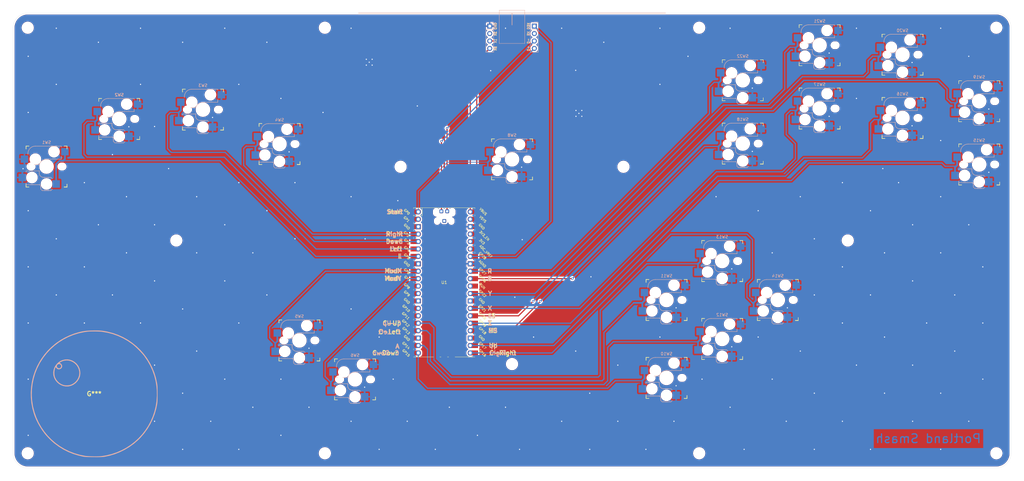
<source format=kicad_pcb>
(kicad_pcb (version 20211014) (generator pcbnew)
  (layers (0 "F.Cu" signal) (31 "B.Cu" signal) (34 "B.Paste" user) (35 "F.Paste" user) (36 "B.SilkS" user "B.Silkscreen") (37 "F.SilkS" user "F.Silkscreen") (38 "B.Mask" user) (39 "F.Mask" user) (44 "Edge.Cuts" user))
  (net 0 "")
  (net 1 "GND")
  (net 2 "/L")
  (net 3 "/Left")
  (net 4 "/Down")
  (net 5 "/Right")
  (net 6 "/ModX")
  (net 7 "/ModY")
  (net 8 "/Start")
  (net 9 "/C-D")
  (net 10 "/C-L")
  (net 11 "/A")
  (net 12 "/C-U")
  (net 13 "/C-R")
  (net 14 "/Up")
  (net 15 "/Z")
  (net 16 "/X")
  (net 17 "/B")
  (net 18 "/MS")
  (net 19 "/LS")
  (net 20 "/Y")
  (net 21 "/R")
  (net 39 "/D-")
  (net 40 "/D+")
  (net 41 "/5V")
  (net 43 "Net-(J1-Pad1)")
  (net 44 "Net-(J2-Pad3)")
  (footprint "keyswitches:Kailh_socket_MX+PG1350" (layer "F.Cu") (at 94.294945 112.388868)
    (fp_text reference "SW2")
    (fp_text value "SW_SPST" hide)
  )
  (footprint "keyswitches:Kailh_socket_MX+PG1350" (layer "F.Cu") (at 122.918213 109.198028)
    (fp_text reference "SW3")
    (fp_text value "SW_SPST")
  )
  (footprint "keyswitches:Kailh_socket_MX+PG1350" (layer "F.Cu") (at 149.1 120.9675)
    (fp_text reference "SW4")
    (fp_text value "SW_SPST")
  )
  (footprint "keyswitches:Kailh_socket_MX+PG1350" (layer "F.Cu") (at 307.488253 99.175054)
    (fp_text reference "SW22")
    (fp_text value "SW_SPST")
  )
  (footprint "keyswitches:Kailh_socket_MX+PG1350" (layer "F.Cu") (at 333.768452 87.187595)
    (fp_text reference "SW21")
    (fp_text value "SW_SPST")
  )
  (footprint "keyswitches:Kailh_socket_MX+PG1350" (layer "F.Cu") (at 307.488253 120.815054)
    (fp_text reference "SW18")
    (fp_text value "SW_SPST")
  )
  (footprint "keyswitches:Kailh_socket_MX+PG1350" (layer "F.Cu") (at 228.6 126.20625)
    (fp_text reference "SW8")
    (fp_text value "SW_SPST")
  )
  (footprint "keyswitches:Kailh_socket_MX+PG1350" (layer "F.Cu") (at 174.919603 201.442263)
    (fp_text reference "SW6")
    (fp_text value "SW_SPST")
  )
  (footprint "keyswitches:Kailh_socket_MX+PG1350" (layer "F.Cu") (at 155.894603 188.121263)
    (fp_text reference "SW5")
    (fp_text value "SW_SPST")
  )
  (footprint "keyswitches:Kailh_socket_MX+PG1350" (layer "F.Cu") (at 362.117169 90.414988)
    (fp_text reference "SW20")
    (fp_text value "SW_SPST")
  )
  (footprint "keyswitches:Kailh_socket_MX+PG1350" (layer "F.Cu") (at 388.341283 106.321424)
    (fp_text reference "SW19")
    (fp_text value "SW_SPST")
  )
  (footprint "keyswitches:Kailh_socket_MX+PG1350" (layer "F.Cu") (at 281.427453 200.934578)
    (fp_text reference "SW10")
    (fp_text value "SW_SPST")
  )
  (footprint "keyswitches:Kailh_socket_MX+PG1350" (layer "F.Cu") (at 300.452453 187.613578)
    (fp_text reference "SW12")
    (fp_text value "SW_SPST")
  )
  (footprint "keyswitches:Kailh_socket_MX+PG1350" (layer "F.Cu") (at 319.477453 174.292578)
    (fp_text reference "SW14")
    (fp_text value "SW_SPST")
  )
  (footprint "keyswitches:Kailh_socket_MX+PG1350" (layer "F.Cu") (at 281.427453 174.292578)
    (fp_text reference "SW11")
    (fp_text value "SW_SPST")
  )
  (footprint "keyswitches:Kailh_socket_MX+PG1350" (layer "F.Cu") (at 300.452453 160.971578)
    (fp_text reference "SW13")
    (fp_text value "SW_SPST")
  )
  (footprint "keyswitches:Kailh_socket_MX+PG1350" (layer "F.Cu") (at 388.341283 127.961424)
    (fp_text reference "SW15")
    (fp_text value "SW_SPST")
  )
  (footprint "keyswitches:Kailh_socket_MX+PG1350" (layer "F.Cu") (at 362.117169 112.054988)
    (fp_text reference "SW16")
    (fp_text value "SW_SPST")
  )
  (footprint "keyswitches:Kailh_socket_MX+PG1350" (layer "F.Cu") (at 333.768452 108.827595)
    (fp_text reference "SW17")
    (fp_text value "SW_SPST")
  )
  (footprint "keyswitches:Kailh_socket_MX+PG1350" (layer "F.Cu") (at 69.428481 128.668351)
    (fp_text reference "SW1")
    (fp_text value "SW_SPST")
  )
  (footprint "MountingHole:MountingHole_3.2mm_M3" (layer "F.Cu") (at 394.2 81.2)
    (fp_text reference "REF**" hide)
    (fp_text value "MountingHole_3.2mm_M3")
  )
  (footprint "MountingHole:MountingHole_3.2mm_M3" (layer "F.Cu") (at 394.2 226.7 -90)
    (fp_text reference "REF**" hide)
    (fp_text value "MountingHole_3.2mm_M3")
  )
  (footprint "MountingHole:MountingHole_3.2mm_M3" (layer "F.Cu") (at 164.6 81.2 180)
    (fp_text reference "REF**" hide)
    (fp_text value "MountingHole_3.2mm_M3")
  )
  (footprint "MountingHole:MountingHole_3.2mm_M3" (layer "F.Cu") (at 292.6 81.2 180)
    (fp_text reference "REF**" hide)
    (fp_text value "MountingHole_3.2mm_M3")
  )
  (footprint "MountingHole:MountingHole_3.2mm_M3" (layer "F.Cu") (at 228.6 196.2 180)
    (fp_text reference "REF**" hide)
    (fp_text value "MountingHole_3.2mm_M3")
  )
  (footprint "MountingHole:MountingHole_3.2mm_M3" (layer "F.Cu") (at 164.6 226.7 180)
    (fp_text reference "REF**" hide)
    (fp_text value "MountingHole_3.2mm_M3")
  )
  (footprint "MountingHole:MountingHole_3.2mm_M3" (layer "F.Cu") (at 292.6 226.7 180)
    (fp_text reference "REF**" hide)
    (fp_text value "MountingHole_3.2mm_M3")
  )
  (footprint "MountingHole:MountingHole_3.2mm_M3" (layer "F.Cu") (at 113.8 153.95 180)
    (fp_text reference "REF**" hide)
    (fp_text value "MountingHole_3.2mm_M3")
  )
  (footprint "MountingHole:MountingHole_3.2mm_M3" (layer "F.Cu") (at 190.5 128.74625 180)
    (fp_text reference "REF**" hide)
    (fp_text value "MountingHole_3.2mm_M3")
  )
  (footprint "MountingHole:MountingHole_3.2mm_M3" (layer "F.Cu") (at 266.7 128.74625 180)
    (fp_text reference "REF**" hide)
    (fp_text value "MountingHole_3.2mm_M3")
  )
  (footprint "MountingHole:MountingHole_3.2mm_M3" (layer "F.Cu") (at 343.4 153.95 180)
    (fp_text reference "REF**" hide)
    (fp_text value "MountingHole_3.2mm_M3")
  )
  (footprint "MountingHole:MountingHole_3.2mm_M3" (layer "F.Cu") (at 63 226.7 180)
    (fp_text reference "REF**" hide)
    (fp_text value "MountingHole_3.2mm_M3")
  )
  (footprint "MountingHole:MountingHole_3.2mm_M3" (layer "F.Cu") (at 63 81.2 90)
    (fp_text reference "REF**" hide)
    (fp_text value "MountingHole_3.2mm_M3")
  )
  (footprint "RaspberryPiPicoUSB:RPi_Pico_Removed3Pins" (layer "F.Cu") (at 194.929745 193.770468)
    (fp_text reference "U1")
    (fp_text value "Pico")
  )
  (footprint "PriloSilkscreen:PriloSilkscreen" (layer "B.Cu") (at 85.725 206.375 180)
    (fp_text reference "G***")
    (fp_text value "LOGO" hide)
  )
  (footprint "Model_S:PinHeader_1x04_P2.54mm_Vertical" (layer "B.Cu") (at 236.22 80.655 180)
    (fp_text reference "J1" hide)
    (fp_text value "Conn_01x04")
  )
  (footprint "Model_S:PinHeader_1x04_P2.54mm_Vertical" (layer "B.Cu") (at 220.98 80.655 180)
    (fp_text reference "J2" hide)
    (fp_text value "Conn_01x04")
  )
  (gr_line (start 281.1 76.2) (end 176.1 76.2) (layer "B.SilkS") (width 0.2))
  (gr_line (start 228.6 76.2) (end 228.6 80.25) (layer "B.SilkS") (width 0.2))
  (gr_line (start 232.97 75.25) (end 224.23 75.25) (layer "B.SilkS") (width 0.12))
  (gr_line (start 224.23 75.25) (end 224.23 86.58) (layer "B.SilkS") (width 0.12))
  (gr_line (start 232.97 86.58) (end 232.97 75.25) (layer "B.SilkS") (width 0.12))
  (gr_line (start 224.23 86.58) (end 232.97 86.58) (layer "B.SilkS") (width 0.12))
  (gr_arc (start 399.2 226.7) (mid 397.735534 230.235534) (end 394.2 231.7) (layer "Edge.Cuts") (width 0.05))
  (gr_arc (start 394.2 76.2) (mid 397.735534 77.664466) (end 399.2 81.2) (layer "Edge.Cuts") (width 0.05))
  (gr_line (start 394.2 231.7) (end 63 231.7) (layer "Edge.Cuts") (width 0.05))
  (gr_line (start 394.2 76.2) (end 63 76.2) (layer "Edge.Cuts") (width 0.05))
  (gr_arc (start 63 231.7) (mid 59.464466 230.235534) (end 58 226.7) (layer "Edge.Cuts") (width 0.05))
  (gr_arc (start 58 81.2) (mid 59.464466 77.664466) (end 63 76.2) (layer "Edge.Cuts") (width 0.05))
  (gr_line (start 399.2 81.2) (end 399.2 226.7) (layer "Edge.Cuts") (width 0.05))
  (gr_line (start 58 81.2) (end 58 226.7) (layer "Edge.Cuts") (width 0.05))
  (gr_text "Portland Smash" (at 389.2 221.7) (layer "B.Cu") (effects (font (size 3 3) (thickness 0.4)) (justify left mirror)))
  (gr_text "R" (at 221.929945 164.458868) (layer "B.SilkS") (effects (font (size 1.5 1.5) (thickness 0.3)) (justify left mirror)))
  (gr_text "TX" (at 222.885 85.735 -270) (layer "B.SilkS") (effects (font (size 0.8 0.8)) (justify mirror)))
  (gr_text "D+" (at 234.188 88.275 -90) (layer "B.SilkS") (effects (font (size 0.8 0.8)) (justify mirror)))
  (gr_text "C-Down" (at 190.179945 192.398868) (layer "B.SilkS") (effects (font (size 1.5 1.5) (thickness 0.3)) (justify left mirror)))
  (gr_text "ModX" (at 191.124048 164.326103) (layer "B.SilkS") (effects (font (size 1.5 1.5) (thickness 0.3)) (justify left mirror)))
  (gr_text "3V" (at 222.885 83.195 -270) (layer "B.SilkS") (effects (font (size 0.8 0.8)) (justify mirror)))
  (gr_text "Start" (at 191.449945 144.138868) (layer "B.SilkS") (effects (font (size 1.5 1.5) (thickness 0.3)) (justify left mirror)))
  (gr_text "MS" (at 223.834945 184.778868) (layer "B.SilkS") (effects (font (size 1.5 1.5) (thickness 0.3)) (justify left mirror)))
  (gr_text "Up" (at 223.834945 189.858868) (layer "B.SilkS") (effects (font (size 1.5 1.5) (thickness 0.3)) (justify left mirror)))
  (gr_text "D3V" (at 234.188 80.655 -90) (layer "B.SilkS") (effects (font (size 0.8 0.8)) (justify mirror)))
  (gr_text "C-Up" (at 190.863285 182.231834) (layer "B.SilkS") (effects (font (size 1.5 1.5) (thickness 0.3)) (justify left mirror)))
  (gr_text "Right" (at 191.449945 151.758868) (layer "B.SilkS") (effects (font (size 1.5 1.5) (thickness 0.3)) (justify left mirror)))
  (gr_text "B" (at 221.929945 166.998868) (layer "B.SilkS") (effects (font (size 1.5 1.5) (thickness 0.3)) (justify left mirror)))
  (gr_text "D-" (at 234.188 85.735 -90) (layer "B.SilkS") (effects (font (size 0.8 0.8)) (justify mirror)))
  (gr_text "C-Right" (at 230.184945 192.398868) (layer "B.SilkS") (effects (font (size 1.5 1.5) (thickness 0.3)) (justify left mirror)))
  (gr_text "Y" (at 221.929945 172.078868) (layer "B.SilkS") (effects (font (size 1.5 1.5) (thickness 0.3)) (justify left mirror)))
  (gr_text "C-Left" (at 190.689443 185.187149) (layer "B.SilkS") (effects (font (size 1.5 1.5) (thickness 0.3)) (justify left mirror)))
  (gr_text "A" (at 190.254838 190.141648) (layer "B.SilkS") (effects (font (size 1.5 1.5) (thickness 0.3)) (justify left mirror)))
  (gr_text "X" (at 221.929945 177.158868) (layer "B.SilkS") (effects (font (size 1.5 1.5) (thickness 0.3)) (justify left mirror)))
  (gr_text "ModY" (at 190.950206 166.933734) (layer "B.SilkS") (effects (font (size 1.5 1.5) (thickness 0.3)) (justify left mirror)))
  (gr_text "Z" (at 221.929945 182.238868) (layer "B.SilkS") (effects (font (size 1.5 1.5) (thickness 0.3)) (justify left mirror)))
  (gr_text "5V\n" (at 222.885 88.275 -270) (layer "B.SilkS") (effects (font (size 0.8 0.8)) (justify mirror)))
  (gr_text "Left" (at 191.191577 156.838868) (layer "B.SilkS") (effects (font (size 1.5 1.5) (thickness 0.3)) (justify left mirror)))
  (gr_text "RX" (at 234.188 83.195 -90) (layer "B.SilkS") (effects (font (size 0.8 0.8)) (justify mirror)))
  (gr_text "GND" (at 222.885 80.655 -270) (layer "B.SilkS") (effects (font (size 0.8 0.8)) (justify mirror)))
  (gr_text "Down" (at 191.449945 154.298868) (layer "B.SilkS") (effects (font (size 1.5 1.5) (thickness 0.3)) (justify left mirror)))
  (gr_text "L" (at 191.037051 159.311288) (layer "B.SilkS") (effects (font (size 1.5 1.5) (thickness 0.3)) (justify left mirror)))
  (gr_text "LS" (at 223.199945 179.698868) (layer "B.SilkS") (effects (font (size 1.5 1.5) (thickness 0.3)) (justify left mirror)))
  (gr_text "R" (at 221.929945 164.458868) (layer "F.SilkS") (effects (font (size 1.5 1.5) (thickness 0.3)) (justify right)))
  (gr_text "C-Left" (at 190.689443 185.187149) (layer "F.SilkS") (effects (font (size 1.5 1.5) (thickness 0.3)) (justify right)))
  (gr_text "Y" (at 221.929945 172.078868) (layer "F.SilkS") (effects (font (size 1.5 1.5) (thickness 0.3)) (justify right)))
  (gr_text "C-Up" (at 190.863285 182.231834) (layer "F.SilkS") (effects (font (size 1.5 1.5) (thickness 0.3)) (justify right)))
  (gr_text "GND" (at 222.885 80.648868 270) (layer "F.SilkS") (effects (font (size 0.8 0.8))))
  (gr_text "C-Right" (at 230.184945 192.398868) (layer "F.SilkS") (effects (font (size 1.5 1.5) (thickness 0.3)) (justify right)))
  (gr_text "D3V" (at 234.188 80.648868 90) (layer "F.SilkS") (effects (font (size 0.8 0.8))))
  (gr_text "TX" (at 222.885 85.728868 270) (layer "F.SilkS") (effects (font (size 0.8 0.8))))
  (gr_text "C-Down" (at 190.179945 192.398868) (layer "F.SilkS") (effects (font (size 1.5 1.5) (thickness 0.3)) (justify right)))
  (gr_text "X" (at 221.929945 177.158868) (layer "F.SilkS") (effects (font (size 1.5 1.5) (thickness 0.3)) (justify right)))
  (gr_text "LS" (at 223.199945 179.698868) (layer "F.SilkS") (effects (font (size 1.5 1.5) (thickness 0.3)) (justify right)))
  (gr_text "MS" (at 223.834945 184.778868) (layer "F.SilkS") (effects (font (size 1.5 1.5) (thickness 0.3)) (justify right)))
  (gr_text "Z" (at 221.929945 182.238868) (layer "F.SilkS") (effects (font (size 1.5 1.5) (thickness 0.3)) (justify right)))
  (gr_text "Start" (at 191.449945 144.138868) (layer "F.SilkS") (effects (font (size 1.5 1.5) (thickness 0.3)) (justify right)))
  (gr_text "Left" (at 191.191577 156.838868) (layer "F.SilkS") (effects (font (size 1.5 1.5) (thickness 0.3)) (justify right)))
  (gr_text "B" (at 221.929945 166.998868) (layer "F.SilkS") (effects (font (size 1.5 1.5) (thickness 0.3)) (justify right)))
  (gr_text "D+" (at 234.188 88.268868 90) (layer "F.SilkS") (effects (font (size 0.8 0.8))))
  (gr_text "ModX" (at 191.124048 164.326103) (layer "F.SilkS") (effects (font (size 1.5 1.5) (thickness 0.3)) (justify right)))
  (gr_text "Down" (at 191.449945 154.298868) (layer "F.SilkS") (effects (font (size 1.5 1.5) (thickness 0.3)) (justify right)))
  (gr_text "3V" (at 222.885 83.188868 270) (layer "F.SilkS") (effects (font (size 0.8 0.8))))
  (gr_text "D-" (at 234.188 85.728868 90) (layer "F.SilkS") (effects (font (size 0.8 0.8))))
  (gr_text "Right" (at 191.449945 151.758868) (layer "F.SilkS") (effects (font (size 1.5 1.5) (thickness 0.3)) (justify right)))
  (gr_text "L" (at 191.037051 159.311288) (layer "F.SilkS") (effects (font (size 1.5 1.5) (thickness 0.3)) (justify right)))
  (gr_text "Up" (at 223.834945 189.858868) (layer "F.SilkS") (effects (font (size 1.5 1.5) (thickness 0.3)) (justify right)))
  (gr_text "A" (at 190.254838 190.141648) (layer "F.SilkS") (effects (font (size 1.5 1.5) (thickness 0.3)) (justify right)))
  (gr_text "ModY" (at 190.950206 166.933734) (layer "F.SilkS") (effects (font (size 1.5 1.5) (thickness 0.3)) (justify right)))
  (gr_text "RX" (at 234.188 83.188868 90) (layer "F.SilkS") (effects (font (size 0.8 0.8))))
  (gr_text "5V\n" (at 222.885 88.268868 270) (layer "F.SilkS") (effects (font (size 0.8 0.8))))
  (via (at 310.763253 101.850054) (size 0.8) (drill 0.4) (layers "F.Cu" "B.Cu") (net 1))
  (via (at 192.767857 215.767857) (size 0.8) (drill 0.4) (layers "F.Cu" "B.Cu") (net 1))
  (via (at 341.567857 134.167857) (size 0.8) (drill 0.4) (layers "F.Cu" "B.Cu") (net 1))
  (via (at 144.767857 86.167857) (size 0.8) (drill 0.4) (layers "F.Cu" "B.Cu") (net 1))
  (via (at 229.549945 173.348868) (size 0.8) (drill 0.4) (layers "F.Cu" "B.Cu") (net 1))
  (via (at 144.767857 172.567857) (size 0.8) (drill 0.4) (layers "F.Cu" "B.Cu") (net 1))
  (via (at 355.967857 206.167857) (size 0.8) (drill 0.4) (layers "F.Cu" "B.Cu") (net 1))
  (via (at 82.367857 182.167857) (size 0.8) (drill 0.4) (layers "F.Cu" "B.Cu") (net 1))
  (via (at 130.367857 167.767857) (size 0.8) (drill 0.4) (layers "F.Cu" "B.Cu") (net 1))
  (via (at 173.567857 215.767857) (size 0.8) (drill 0.4) (layers "F.Cu" "B.Cu") (net 1))
  (via (at 178.194603 204.117263) (size 0.8) (drill 0.4) (layers "F.Cu" "B.Cu") (net 1))
  (via (at 180.77475 93.9925) (size 0.8) (drill 0.4) (layers "F.Cu" "B.Cu") (net 1))
  (via (at 310.763253 123.490054) (size 0.8) (drill 0.4) (layers "F.Cu" "B.Cu") (net 1))
  (via (at 216.767857 220.567857) (size 0.8) (drill 0.4) (layers "F.Cu" "B.Cu") (net 1))
  (via (at 126.193213 111.873028) (size 0.8) (drill 0.4) (layers "F.Cu" "B.Cu") (net 1))
  (via (at 355.967857 186.967857) (size 0.8) (drill 0.4) (layers "F.Cu" "B.Cu") (net 1))
  (via (at 327.167857 191.767857) (size 0.8) (drill 0.4) (layers "F.Cu" "B.Cu") (net 1))
  (via (at 63.167857 90.967857) (size 0.8) (drill 0.4) (layers "F.Cu" "B.Cu") (net 1))
  (via (at 72.767857 81.367857) (size 0.8) (drill 0.4) (layers "F.Cu" "B.Cu") (net 1))
  (via (at 312.767857 186.967857) (size 0.8) (drill 0.4) (layers "F.Cu" "B.Cu") (net 1))
  (via (at 106.367857 114.967857) (size 0.8) (drill 0.4) (layers "F.Cu" "B.Cu") (net 1))
  (via (at 180.77475 91.9925) (size 0.8) (drill 0.4) (layers "F.Cu" "B.Cu") (net 1))
  (via (at 115.967857 177.367857) (size 0.8) (drill 0.4) (layers "F.Cu" "B.Cu") (net 1))
  (via (at 231.875 128.88125) (size 0.8) (drill 0.4) (layers "F.Cu" "B.Cu") (net 1))
  (via (at 365.567857 215.767857) (size 0.8) (drill 0.4) (layers "F.Cu" "B.Cu") (net 1))
  (via (at 63.167857 143.767857) (size 0.8) (drill 0.4) (layers "F.Cu" "B.Cu") (net 1))
  (via (at 250.46 109.49) (size 0.8) (drill 0.4) (layers "F.Cu" "B.Cu") (net 1))
  (via (at 322.367857 215.767857) (size 0.8) (drill 0.4) (layers "F.Cu" "B.Cu") (net 1))
  (via (at 384.767857 148.567857) (size 0.8) (drill 0.4) (layers "F.Cu" "B.Cu") (net 1))
  (via (at 283.967857 215.767857) (size 0.8) (drill 0.4) (layers "F.Cu" "B.Cu") (net 1))
  (via (at 331.967857 206.167857) (size 0.8) (drill 0.4) (layers "F.Cu" "B.Cu") (net 1))
  (via (at 139.967857 210.967857) (size 0.8) (drill 0.4) (layers "F.Cu" "B.Cu") (net 1))
  (via (at 391.616283 108.996424) (size 0.8) (drill 0.4) (layers "F.Cu" "B.Cu") (net 1))
  (via (at 82.367857 134.167857) (size 0.8) (drill 0.4) (layers "F.Cu" "B.Cu") (net 1))
  (via (at 106.367857 167.767857) (size 0.8) (drill 0.4) (layers "F.Cu" "B.Cu") (net 1))
  (via (at 252.46 109.49) (size 0.8) (drill 0.4) (layers "F.Cu" "B.Cu") (net 1))
  (via (at 159.169603 190.796263) (size 0.8) (drill 0.4) (layers "F.Cu" "B.Cu") (net 1))
  (via (at 96.767857 158.167857) (size 0.8) (drill 0.4) (layers "F.Cu" "B.Cu") (net 1))
  (via (at 178.77475 91.9925) (size 0.8) (drill 0.4) (layers "F.Cu" "B.Cu") (net 1))
  (via (at 130.367857 81.367857) (size 0.8) (drill 0.4) (layers "F.Cu" "B.Cu") (net 1))
  (via (at 154.367857 153.367857) (size 0.8) (drill 0.4) (layers "F.Cu" "B.Cu") (net 1))
  (via (at 312.767857 143.767857) (size 0.8) (drill 0.4) (layers "F.Cu" "B.Cu") (net 1))
  (via (at 264.767857 196.567857) (size 0.8) (drill 0.4) (layers "F.Cu" "B.Cu") (net 1))
  (via (at 125.567857 215.767857) (size 0.8) (drill 0.4) (layers "F.Cu" "B.Cu") (net 1))
  (via (at 391.616283 130.636424) (size 0.8) (drill 0.4) (layers "F.Cu" "B.Cu") (net 1))
  (via (at 279.167857 81.367857) (size 0.8) (drill 0.4) (layers "F.Cu" "B.Cu") (net 1))
  (via (at 72.767857 172.567857) (size 0.8) (drill 0.4) (layers "F.Cu" "B.Cu") (net 1))
  (via (at 355.374107 129.367857) (size 0.8) (drill 0.4) (layers "F.Cu" "B.Cu") (net 1))
  (via (at 370.367857 182.167857) (size 0.8) (drill 0.4) (layers "F.Cu" "B.Cu") (net 1))
  (via (at 149.567857 220.567857) (size 0.8) (drill 0.4) (layers "F.Cu" "B.Cu") (net 1))
  (via (at 97.569945 115.063868) (size 0.8) (drill 0.4) (layers "F.Cu" "B.Cu") (net 1))
  (via (at 91.967857 124.567857) (size 0.8) (drill 0.4) (layers "F.Cu" "B.Cu") (net 1))
  (via (at 307.967857 225.367857) (size 0.8) (drill 0.4) (layers "F.Cu" "B.Cu") (net 1))
  (via (at 375.167857 81.367857) (size 0.8) (drill 0.4) (layers "F.Cu" "B.Cu") (net 1))
  (via (at 135.167857 182.167857) (size 0.8) (drill 0.4) (layers "F.Cu" "B.Cu") (net 1))
  (via (at 259.967857 86.167857) (size 0.8) (drill 0.4) (layers "F.Cu" "B.Cu") (net 1))
  (via (at 375.167857 225.367857) (size 0.8) (drill 0.4) (layers "F.Cu" "B.Cu") (net 1))
  (via (at 255.167857 225.367857) (size 0.8) (drill 0.4) (layers "F.Cu" "B.Cu") (net 1))
  (via (at 189.544945 140.328868) (size 0.8) (drill 0.4) (layers "F.Cu" "B.Cu") (net 1))
  (via (at 63.167857 110.167857) (size 0.8) (drill 0.4) (layers "F.Cu" "B.Cu") (net 1))
  (via (at 360.767857 134.167857) (size 0.8) (drill 0.4) (layers "F.Cu" "B.Cu") (net 1))
  (via (at 279.167857 186.967857) (size 0.8) (drill 0.4) (layers "F.Cu" "B.Cu") (net 1))
  (via (at 252.46 111.49) (size 0.8) (drill 0.4) (layers "F.Cu" "B.Cu") (net 1))
  (via (at 135.167857 100.567857) (size 0.8) (drill 0.4) (layers "F.Cu" "B.Cu") (net 1))
  (via (at 135.167857 134.167857) (size 0.8) (drill 0.4) (layers "F.Cu" "B.Cu") (net 1))
  (via (at 179.77475 92.9925) (size 0.8) (drill 0.4) (layers "F.Cu" "B.Cu") (net 1))
  (via (at 264.767857 215.767857) (size 0.8) (drill 0.4) (layers "F.Cu" "B.Cu") (net 1))
  (via (at 183.167857 186.967857) (size 0.8) (drill 0.4) (layers "F.Cu" "B.Cu") (net 1))
  (via (at 130.367857 201.367857) (size 0.8) (drill 0.4) (layers "F.Cu" "B.Cu") (net 1))
  (via (at 346.367857 105.367857) (size 0.8) (drill 0.4) (layers "F.Cu" "B.Cu") (net 1))
  (via (at 365.567857 167.767857) (size 0.8) (drill 0.4) (layers "F.Cu" "B.Cu") (net 1))
  (via (at 337.043452 89.862595) (size 0.8) (drill 0.4) (layers "F.Cu" "B.Cu") (net 1))
  (via (at 251.46 110.49) (size 0.8) (drill 0.4) (layers "F.Cu" "B.Cu") (net 1))
  (via (at 82.367857 162.967857) (size 0.8) (drill 0.4) (layers "F.Cu" "B.Cu") (net 1))
  (via (at 173.567857 177.367857) (size 0.8) (drill 0.4) (layers "F.Cu" "B.Cu") (net 1))
  (via (at 106.367857 196.567857) (size 0.8) (drill 0.4) (layers "F.Cu" "B.Cu") (net 1))
  (via (at 327.167857 138.967857) (size 0.8) (drill 0.4) (layers "F.Cu" "B.Cu") (net 1))
  (via (at 317.567857 158.167857) (size 0.8) (drill 0.4) (layers "F.Cu" "B.Cu") (net 1))
  (via (at 375.167857 158.167857) (size 0.8) (drill 0.4) (layers "F.Cu" "B.Cu") (net 1))
  (via (at 255.167857 206.167857) (size 0.8) (drill 0.4) (layers "F.Cu" "B.Cu") (net 1))
  (via (at 187.967857 201.367857) (size 0.8) (drill 0.4) (layers "F.Cu" "B.Cu") (net 1))
  (via (at 303.167857 210.967857) (size 0.8) (drill 0.4) (layers "F.Cu" "B.Cu") (net 1))
  (via (at 346.367857 196.567857) (size 0.8) (drill 0.4) (layers "F.Cu" "B.Cu") (net 1))
  (via (at 72.767857 100.567857) (size 0.8) (drill 0.4) (layers "F.Cu" "B.Cu") (net 1))
  (via (at 231.167857 225.367857) (size 0.8) (drill 0.4) (layers "F.Cu" "B.Cu") (net 1))
  (via (at 87.167857 148.567857) (size 0.8) (drill 0.4) (layers "F.Cu" "B.Cu") (net 1))
  (via (at 331.967857 225.367857) (size 0.8) (drill 0.4) (layers "F.Cu" "B.Cu") (net 1))
  (via (at 173.567857 138.967857) (size 0.8) (drill 0.4) (layers "F.Cu" "B.Cu") (net 1))
  (via (at 235.967857 186.967857) (size 0.8) (drill 0.4) (layers "F.Cu" "B.Cu") (net 1))
  (via (at 163.967857 110.167857) (size 0.8) (drill 0.4) (layers "F.Cu" "B.Cu") (net 1))
  (via (at 250.367857 191.767857) (size 0.8) (drill 0.4) (layers "F.Cu" "B.Cu") (net 1))
  (via (at 389.567857 201.367857) (size 0.8) (drill 0.4) (layers "F.Cu" "B.Cu") (net 1))
  (via (at 375.167857 206.167857) (size 0.8) (drill 0.4) (layers "F.Cu" "B.Cu") (net 1))
  (via (at 101.567857 100.567857) (size 0.8) (drill 0.4) (layers "F.Cu" "B.Cu") (net 1))
  (via (at 355.967857 158.167857) (size 0.8) (drill 0.4) (layers "F.Cu" "B.Cu") (net 1))
  (via (at 115.967857 206.167857) (size 0.8) (drill 0.4) (layers "F.Cu" "B.Cu") (net 1))
  (via (at 226.367857 81.367857) (size 0.8) (drill 0.4) (layers "F.Cu" "B.Cu") (net 1))
  (via (at 173.567857 81.367857) (size 0.8) (drill 0.4) (layers "F.Cu" "B.Cu") (net 1))
  (via (at 375.167857 138.967857) (size 0.8) (drill 0.4) (layers "F.Cu" "B.Cu") (net 1))
  (via (at 351.167857 143.767857) (size 0.8) (drill 0.4) (layers "F.Cu" "B.Cu") (net 1))
  (via (at 331.967857 153.367857) (size 0.8) (drill 0.4) (layers "F.Cu" "B.Cu") (net 1))
  (via (at 154.367857 134.167857) (size 0.8) (drill 0.4) (layers "F.Cu" "B.Cu") (net 1))
  (via (at 63.167857 162.967857) (size 0.8) (drill 0.4) (layers "F.Cu" "B.Cu") (net 1))
  (via (at 384.767857 90.967857) (size 0.8) (drill 0.4) (layers "F.Cu" "B.Cu") (net 1))
  (via (at 152.375 123.6425) (size 0.8) (drill 0.4) (layers "F.Cu" "B.Cu") (net 1))
  (via (at 274.367857 225.367857) (size 0.8) (drill 0.4) (layers "F.Cu" "B.Cu") (net 1))
  (via (at 115.967857 86.167857) (size 0.8) (drill 0.4) (layers "F.Cu" "B.Cu") (net 1))
  (via (at 379.967857 172.567857) (size 0.8) (drill 0.4) (layers "F.Cu" "B.Cu") (net 1))
  (via (at 120.767857 191.767857) (size 0.8) (drill 0.4) (layers "F.Cu" "B.Cu") (net 1))
  (via (at 389.567857 182.167857) (size 0.8) (drill 0.4) (layers "F.Cu" "B.Cu") (net 1))
  (via (at 365.567857 196.567857) (size 0.8) (drill 0.4) (layers "F.Cu" "B.Cu") (net 1))
  (via (at 202.367857 225.367857) (size 0.8) (drill 0.4) (layers "F.Cu" "B.Cu") (net 1))
  (via (at 337.043452 111.502595) (size 0.8) (drill 0.4) (layers "F.Cu" "B.Cu") (net 1))
  (via (at 389.567857 162.967857) (size 0.8) (drill 0.4) (layers "F.Cu" "B.Cu") (net 1))
  (via (at 245.567857 81.367857) (size 0.8) (drill 0.4) (layers "F.Cu" "B.Cu") (net 1))
  (via (at 135.167857 225.367857) (size 0.8) (drill 0.4) (layers "F.Cu" "B.Cu") (net 1))
  (via (at 196.215 107.95) (size 0.8) (drill 0.4) (layers "F.Cu" "B.Cu") (net 1))
  (via (at 250.367857 95.767857) (size 0.8) (drill 0.4) (layers "F.Cu" "B.Cu") (net 1))
  (via (at 384.767857 215.767857) (size 0.8) (drill 0.4) (layers "F.Cu" "B.Cu") (net 1))
  (via (at 139.967857 158.167857) (size 0.8) (drill 0.4) (layers "F.Cu" "B.Cu") (net 1))
  (via (at 303.727453 163.646578) (size 0.8) (drill 0.4) (layers "F.Cu" "B.Cu") (net 1))
  (via (at 250.46 111.49) (size 0.8) (drill 0.4) (layers "F.Cu" "B.Cu") (net 1))
  (via (at 322.752453 176.967578) (size 0.8) (drill 0.4) (layers "F.Cu" "B.Cu") (net 1))
  (via (at 365.392169 114.729988) (size 0.8) (drill 0.4) (layers "F.Cu" "B.Cu") (net 1))
  (via (at 288.767857 90.967857) (size 0.8) (drill 0.4) (layers "F.Cu" "B.Cu") (net 1))
  (via (at 346.367857 81.367857) (size 0.8) (drill 0.4) (layers "F.Cu" "B.Cu") (net 1))
  (via (at 331.967857 172.567857) (size 0.8) (drill 0.4) (layers "F.Cu" "B.Cu") (net 1))
  (via (at 120.767857 138.967857) (size 0.8) (drill 0.4) (layers "F.Cu" "B.Cu") (net 1))
  (via (at 63.167857 182.167857) (size 0.8) (drill 0.4) (layers "F.Cu" "B.Cu") (net 1))
  (via (at 63.167857 201.367857) (size 0.8) (drill 0.4) (layers "F.Cu" "B.Cu") (net 1))
  (via (at 379.967857 191.767857) (size 0.8) (drill 0.4) (layers "F.Cu" "B.Cu") (net 1))
  (via (at 221.294945 95.878868) (size 0.8) (drill 0.4) (layers "F.Cu" "B.Cu") (net 1))
  (via (at 341.567857 215.767857) (size 0.8) (drill 0.4) (layers "F.Cu" "B.Cu") (net 1))
  (via (at 351.167857 172.567857) (size 0.8) (drill 0.4) (layers "F.Cu" "B.Cu") (net 1))
  (via (at 149.567857 201.367857) (size 0.8) (drill 0.4) (layers "F.Cu" "B.Cu") (net 1))
  (via (at 120.767857 158.167857) (size 0.8) (drill 0.4) (layers "F.Cu" "B.Cu") (net 1))
  (via (at 365.392169 93.089988) (size 0.8) (drill 0.4) (layers "F.Cu" "B.Cu") (net 1))
  (via (at 106.367857 215.767857) (size 0.8) (drill 0.4) (layers "F.Cu" "B.Cu") (net 1))
  (via (at 159.167857 210.967857) (size 0.8) (drill 0.4) (layers "F.Cu" "B.Cu") (net 1))
  (via (at 226.367857 210.967857) (size 0.8) (drill 0.4) (layers "F.Cu" "B.Cu") (net 1))
  (via (at 232.089945 153.663868) (size 0.8) (drill 0.4) (layers "F.Cu" "B.Cu") (net 1))
  (via (at 351.167857 225.367857) (size 0.8) (drill 0.4) (layers "F.Cu" "B.Cu") (net 1))
  (via (at 303.727453 190.288578) (size 0.8) (drill 0.4) (layers "F.Cu" "B.Cu") (net 1))
  (via (at 341.567857 182.167857) (size 0.8) (drill 0.4) (layers "F.Cu" "B.Cu") (net 1))
  (via (at 72.767857 153.367857) (size 0.8) (drill 0.4) (layers "F.Cu" "B.Cu") (net 1))
  (via (at 303.167857 81.367857) (size 0.8) (drill 0.4) (layers "F.Cu" "B.Cu") (net 1))
  (via (at 279.167857 100.567857) (size 0.8) (drill 0.4) (layers "F.Cu" "B.Cu") (net 1))
  (via (at 63.167857 220.567857) (size 0.8) (drill 0.4) (layers "F.Cu" "B.Cu") (net 1))
  (via (at 183.167857 225.367857) (size 0.8) (drill 0.4) (layers "F.Cu" "B.Cu") (net 1))
  (via (at 284.702453 203.609578) (size 0.8) (drill 0.4) (layers "F.Cu" "B.Cu") (net 1))
  (via (at 207.167857 210.967857) (size 0.8) (drill 0.4) (layers "F.Cu" "B.Cu") (net 1))
  (via (at 178.367857 153.367857) (size 0.8) (drill 0.4) (layers "F.Cu" "B.Cu") (net 1))
  (via (at 111.167857 129.367857) (size 0.8) (drill 0.4) (layers "F.Cu" "B.Cu") (net 1))
  (via (at 293.567857 201.367857) (size 0.8) (drill 0.4) (layers "F.Cu" "B.Cu") (net 1))
  (via (at 91.967857 172.567857) (size 0.8) (drill 0.4) (layers "F.Cu" "B.Cu") (net 1))
  (via (at 115.967857 225.367857) (size 0.8) (drill 0.4) (layers "F.Cu" "B.Cu") (net 1))
  (via (at 101.567857 81.367857) (size 0.8) (drill 0.4) (layers "F.Cu" "B.Cu") (net 1))
  (via (at 96.767857 138.967857) (size 0.8) (drill 0.4) (layers "F.Cu" "B.Cu") (net 1))
  (via (at 149.567857 105.367857) (size 0.8) (drill 0.4) (layers "F.Cu" "B.Cu") (net 1))
  (via (at 130.367857 148.567857) (size 0.8) (drill 0.4) (layers "F.Cu" "B.Cu") (net 1))
  (via (at 341.567857 162.967857) (size 0.8) (drill 0.4) (layers "F.Cu" "B.Cu") (net 1))
  (via (at 298.367857 138.967857) (size 0.8) (drill 0.4) (layers "F.Cu" "B.Cu") (net 1))
  (via (at 317.567857 201.367857) (size 0.8) (drill 0.4) (layers "F.Cu" "B.Cu") (net 1))
  (via (at 365.567857 148.567857) (size 0.8) (drill 0.4) (layers "F.Cu" "B.Cu") (net 1))
  (via (at 61.4 129.4) (size 0.8) (drill 0.4) (layers "F.Cu" "B.Cu") (net 1))
  (via (at 375.167857 119.767857) (size 0.8) (drill 0.4) (layers "F.Cu" "B.Cu") (net 1))
  (via (at 144.767857 143.767857) (size 0.8) (drill 0.4) (layers "F.Cu" "B.Cu") (net 1))
  (via (at 101.567857 182.167857) (size 0.8) (drill 0.4) (layers "F.Cu" "B.Cu") (net 1))
  (via (at 284.702453 176.967578) (size 0.8) (drill 0.4) (layers "F.Cu" "B.Cu") (net 1))
  (via (at 255.584945 166.363868) (size 0.8) (drill 0.4) (layers "F.Cu" "B.Cu") (net 1))
  (via (at 87.167857 86.167857) (size 0.8) (drill 0.4) (layers "F.Cu" "B.Cu") (net 1))
  (via (at 106.367857 148.567857) (size 0.8) (drill 0.4) (layers "F.Cu" "B.Cu") (net 1))
  (via (at 178.77475 93.9925) (size 0.8) (drill 0.4) (layers "F.Cu" "B.Cu") (net 1))
  (via (at 245.567857 215.767857) (size 0.8) (drill 0.4) (layers "F.Cu" "B.Cu") (net 1))
  (segment (start 61.4 129.4) (end 61.868481 128.931519) (width 0.6) (layer "B.Cu") (net 1))
  (segment (start 394.041283 104.321424) (end 394.631283 103.731424) (width 0.6) (layer "B.Cu") (net 1))
  (segment (start 287.127453 172.292578) (end 287.717453 171.702578) (width 0.6) (layer "B.Cu") (net 1))
  (segment (start 306.742453 185.023578) (end 306.742453 182.533578) (width 0.6) (layer "B.Cu") (net 1))
  (segment (start 337.043452 108.002595) (end 338.218452 106.827595) (width 0.6) (layer "B.Cu") (net 1))
  (segment (start 97.569945 118.338868) (end 97.569945 115.063868) (width 0.6) (layer "B.Cu") (net 1))
  (segment (start 287.717453 171.702578) (end 287.717453 169.212578) (width 0.6) (layer "B.Cu") (net 1))
  (segment (start 323.927453 172.292578) (end 325.177453 172.292578) (width 0.6) (layer "B.Cu") (net 1))
  (segment (start 284.702453 206.884578) (end 284.702453 203.609578) (width 0.6) (layer "B.Cu") (net 1))
  (segment (start 234.89 123.61625) (end 234.89 121.12625) (width 0.6) (layer "B.Cu") (net 1))
  (segment (start 284.702453 180.242578) (end 284.702453 176.967578) (width 0.6) (layer "B.Cu") (net 1))
  (segment (start 337.043452 114.777595) (end 337.043452 111.502595) (width 0.6) (layer "B.Cu") (net 1))
  (segment (start 392.791283 104.321424) (end 394.041283 104.321424) (width 0.6) (layer "B.Cu") (net 1))
  (segment (start 303.727453 186.788578) (end 304.902453 185.613578) (width 0.6) (layer "B.Cu") (net 1))
  (segment (start 303.727453 163.646578) (end 303.727453 160.146578) (width 0.6) (layer "B.Cu") (net 1))
  (segment (start 310.763253 101.850054) (end 310.763253 98.350054) (width 0.6) (layer "B.Cu") (net 1))
  (segment (start 368.407169 109.464988) (end 368.407169 106.974988) (width 0.6) (layer "B.Cu") (net 1))
  (segment (start 391.616283 108.996424) (end 391.616283 105.496424) (width 0.6) (layer "B.Cu") (net 1))
  (segment (start 160.344603 186.121263) (end 161.594603 186.121263) (width 0.6) (layer "B.Cu") (net 1))
  (segment (start 368.407169 87.824988) (end 368.407169 85.334988) (width 0.6) (layer "B.Cu") (net 1))
  (segment (start 284.702453 173.467578) (end 285.877453 172.292578) (width 0.6) (layer "B.Cu") (net 1))
  (segment (start 97.569945 111.563868) (end 98.744945 110.388868) (width 0.6) (layer "B.Cu") (net 1))
  (segment (start 337.043452 89.862595) (end 337.043452 86.362595) (width 0.6) (layer "B.Cu") (net 1))
  (segment (start 61.868481 128.931519) (end 61.868481 126.128351) (width 0.6) (layer "B.Cu") (net 1))
  (segment (start 391.616283 112.271424) (end 391.616283 108.996424) (width 0.6) (layer "B.Cu") (net 1))
  (segment (start 365.392169 89.589988) (end 366.567169 88.414988) (width 0.6) (layer "B.Cu") (net 1))
  (segment (start 306.152453 185.613578) (end 306.742453 185.023578) (width 0.6) (layer "B.Cu") (net 1))
  (segment (start 310.763253 119.990054) (end 311.938253 118.815054) (width 0.6) (layer "B.Cu") (net 1))
  (segment (start 367.817169 110.054988) (end 368.407169 109.464988) (width 0.6) (layer "B.Cu") (net 1))
  (segment (start 340.058452 84.597595) (end 340.058452 82.107595) (width 0.6) (layer "B.Cu") (net 1))
  (segment (start 178.194603 204.117263) (end 178.194603 200.617263) (width 0.6) (layer "B.Cu") (net 1))
  (segment (start 303.727453 193.563578) (end 303.727453 190.288578) (width 0.6) (layer "B.Cu") (net 1))
  (segment (start 100.584945 109.798868) (end 100.584945 107.308868) (width 0.6) (layer "B.Cu") (net 1))
  (segment (start 159.169603 190.796263) (end 159.169603 187.296263) (width 0.6) (layer "B.Cu") (net 1))
  (segment (start 310.763253 126.765054) (end 310.763253 123.490054) (width 0.6) (layer "B.Cu") (net 1))
  (segment (start 180.619603 199.442263) (end 181.209603 198.852263) (width 0.6) (layer "B.Cu") (net 1))
  (segment (start 181.209603 198.852263) (end 181.209603 196.362263) (width 0.6) (layer "B.Cu") (net 1))
  (segment (start 394.631283 125.371424) (end 394.631283 122.881424) (width 0.6) (layer "B.Cu") (net 1))
  (segment (start 365.392169 114.729988) (end 365.392169 111.229988) (width 0.6) (layer "B.Cu") (net 1))
  (segment (start 178.194603 200.617263) (end 179.369603 199.442263) (width 0.6) (layer "B.Cu") (net 1))
  (segment (start 365.392169 96.364988) (end 365.392169 93.089988) (width 0.6) (layer "B.Cu") (net 1))
  (segment (start 391.616283 130.636424) (end 391.616283 127.136424) (width 0.6) (layer "B.Cu") (net 1))
  (segment (start 284.702453 200.109578) (end 285.877453 198.934578) (width 0.6) (layer "B.Cu") (net 1))
  (segment (start 365.392169 111.229988) (end 366.567169 110.054988) (width 0.6) (layer "B.Cu") (net 1))
  (segment (start 234.3 124.20625) (end 234.89 123.61625) (width 0.6) (layer "B.Cu") (net 1))
  (segment (start 339.468452 106.827595) (end 340.058452 106.237595) (width 0.6) (layer "B.Cu") (net 1))
  (segment (start 127.368213 107.198028) (end 128.618213 107.198028) (width 0.6) (layer "B.Cu") (net 1))
  (segment (start 310.763253 105.125054) (end 310.763253 101.850054) (width 0.6) (layer "B.Cu") (net 1))
  (segment (start 391.616283 133.911424) (end 391.616283 130.636424) (width 0.6) (layer "B.Cu") (net 1))
  (segment (start 340.058452 106.237595) (end 340.058452 103.747595) (width 0.6) (layer "B.Cu") (net 1))
  (segment (start 304.902453 158.971578) (end 306.152453 158.971578) (width 0.6) (layer "B.Cu") (net 1))
  (segment (start 303.727453 166.921578) (end 303.727453 163.646578) (width 0.6) (layer "B.Cu") (net 1))
  (segment (start 391.616283 105.496424) (end 392.791283 104.321424) (width 0.6) (layer "B.Cu") (net 1))
  (segment (start 126.193213 115.148028) (end 126.193213 111.873028) (width 0.6) (layer "B.Cu") (net 1))
  (segment (start 128.618213 107.198028) (end 129.208213 106.608028) (width 0.6) (layer "B.Cu") (net 1))
  (segment (start 178.194603 207.392263) (end 178.194603 204.117263) (width 0.6) (layer "B.Cu") (net 1))
  (segment (start 313.778253 118.225054) (end 313.778253 115.735054) (width 0.6) (layer "B.Cu") (net 1))
  (segment (start 365.392169 93.089988) (end 365.392169 89.589988) (width 0.6) (layer "B.Cu") (net 1))
  (segment (start 284.702453 203.609578) (end 284.702453 200.109578) (width 0.6) (layer "B.Cu") (net 1))
  (segment (start 313.188253 97.175054) (end 313.778253 96.585054) (width 0.6) (layer "B.Cu") (net 1))
  (segment (start 287.717453 198.344578) (end 287.717453 195.854578) (width 0.6) (layer "B.Cu") (net 1))
  (segment (start 285.877453 172.292578) (end 287.127453 172.292578) (width 0.6) (layer "B.Cu") (net 1))
  (segment (start 126.193213 108.373028) (end 127.368213 107.198028) (width 0.6) (layer "B.Cu") (net 1))
  (segment (start 337.043452 86.362595) (end 338.218452 85.187595) (width 0.6) (layer "B.Cu") (net 1))
  (segment (start 338.218452 85.187595) (end 339.468452 85.187595) (width 0.6) (layer "B.Cu") (net 1))
  (segment (start 394.041283 125.961424) (end 394.631283 125.371424) (width 0.6) (layer "B.Cu") (net 1))
  (segment (start 306.152453 158.971578) (end 306.742453 158.381578) (width 0.6) (layer "B.Cu") (net 1))
  (segment (start 162.184603 185.531263) (end 162.184603 183.041263) (width 0.6) (layer "B.Cu") (net 1))
  (segment (start 303.727453 190.288578) (end 303.727453 186.788578) (width 0.6) (layer "B.Cu") (net 1))
  (segment (start 322.752453 173.467578) (end 323.927453 172.292578) (width 0.6) (layer "B.Cu") (net 1))
  (segment (start 392.791283 125.961424) (end 394.041283 125.961424) (width 0.6) (layer "B.Cu") (net 1))
  (segment (start 322.752453 180.242578) (end 322.752453 176.967578) (width 0.6) (layer "B.Cu") (net 1))
  (segment (start 366.567169 88.414988) (end 367.817169 88.414988) (width 0.6) (layer "B.Cu") (net 1))
  (segment (start 287.127453 198.934578) (end 287.717453 198.344578) (width 0.6) (layer "B.Cu") (net 1))
  (segment (start 231.875 132.15625) (end 231.875 128.88125) (width 0.6) (layer "B.Cu") (net 1))
  (segment (start 311.938253 118.815054) (end 313.188253 118.815054) (width 0.6) (layer "B.Cu") (net 1))
  (segment (start 306.742453 158.381578) (end 306.742453 155.891578) (width 0.6) (layer "B.Cu") (net 1))
  (segment (start 310.763253 98.350054) (end 311.938253 97.175054) (width 0.6) (layer "B.Cu") (net 1))
  (segment (start 152.375 120.1425) (end 153.55 118.9675) (width 0.6) (layer "B.Cu") (net 1))
  (segment (start 303.727453 160.146578) (end 304.902453 158.971578) (width 0.6) (layer "B.Cu") (net 1))
  (segment (start 126.193213 111.873028) (end 126.193213 108.373028) (width 0.6) (layer "B.Cu") (net 1))
  (segment (start 159.169603 187.296263) (end 160.344603 186.121263) (width 0.6) (layer "B.Cu") (net 1))
  (segment (start 129.208213 106.608028) (end 129.208213 104.118028) (width 0.6) (layer "B.Cu") (net 1))
  (segment (start 285.877453 198.934578) (end 287.127453 198.934578) (width 0.6) (layer "B.Cu") (net 1))
  (segment (start 153.55 118.9675) (end 154.8 118.9675) (width 0.6) (layer "B.Cu") (net 1))
  (segment (start 159.169603 194.071263) (end 159.169603 190.796263) (width 0.6) (layer "B.Cu") (net 1))
  (segment (start 365.392169 118.004988) (end 365.392169 114.729988) (width 0.6) (layer "B.Cu") (net 1))
  (segment (start 325.177453 172.292578) (end 325.767453 171.702578) (width 0.6) (layer "B.Cu") (net 1))
  (segment (start 231.875 128.88125) (end 231.875 125.38125) (width 0.6) (layer "B.Cu") (net 1))
  (segment (start 155.39 118.3775) (end 155.39 115.8875) (width 0.6) (layer "B.Cu") (net 1))
  (segment (start 152.375 126.9175) (end 152.375 123.6425) (width 0.6) (layer "B.Cu") (net 1))
  (segment (start 99.994945 110.388868) (end 100.584945 109.798868) (width 0.6) (layer "B.Cu") (net 1))
  (segment (start 310.763253 123.490054) (end 310.763253 119.990054) (width 0.6) (layer "B.Cu") (net 1))
  (segment (start 325.767453 171.702578) (end 325.767453 169.212578) (width 0.6) (layer "B.Cu") (net 1))
  (segment (start 313.778253 96.585054) (end 313.778253 94.095054) (width 0.6) (layer "B.Cu") (net 1))
  (segment (start 394.631283 103.731424) (end 394.631283 101.241424) (width 0.6) (layer "B.Cu") (net 1))
  (segment (start 97.569945 115.063868) (end 97.569945 111.563868) (width 0.6) (layer "B.Cu") (net 1))
  (segment (start 231.875 125.38125) (end 233.05 124.20625) (width 0.6) (layer "B.Cu") (net 1))
  (segment (start 284.702453 176.967578) (end 284.702453 173.467578) (width 0.6) (layer "B.Cu") (net 1))
  (segment (start 61.153481 129.646519) (end 61.146519 129.646519) (width 0.4) (layer "B.Cu") (net 1))
  (segment (start 98.744945 110.388868) (end 99.994945 110.388868) (width 0.6) (layer "B.Cu") (net 1))
  (segment (start 391.616283 127.136424) (end 392.791283 125.961424) (width 0.6) (layer "B.Cu") (net 1))
  (segment (start 322.752453 176.967578) (end 322.752453 173.467578) (width 0.6) (layer "B.Cu") (net 1))
  (segment (start 366.567169 110.054988) (end 367.817169 110.054988) (width 0.6) (layer "B.Cu") (net 1))
  (segment (start 304.902453 185.613578) (end 306.152453 185.613578) (width 0.6) (layer "B.Cu") (net 1))
  (segment (start 339.468452 85.187595) (end 340.058452 84.597595) (width 0.6) (layer "B.Cu") (net 1))
  (segment (start 233.05 124.20625) (end 234.3 124.20625) (width 0.6) (layer "B.Cu") (net 1))
  (segment (start 367.817169 88.414988) (end 368.407169 87.824988) (width 0.6) (layer "B.Cu") (net 1))
  (segment (start 161.594603 186.121263) (end 162.184603 185.531263) (width 0.6) (layer "B.Cu") (net 1))
  (segment (start 311.938253 97.175054) (end 313.188253 97.175054) (width 0.6) (layer "B.Cu") (net 1))
  (segment (start 154.8 118.9675) (end 155.39 118.3775) (width 0.6) (layer "B.Cu") (net 1))
  (segment (start 61.153481 129.646519) (end 61.4 129.4) (width 0.6) (layer "B.Cu") (net 1))
  (segment (start 152.375 123.6425) (end 152.375 120.1425) (width 0.6) (layer "B.Cu") (net 1))
  (segment (start 337.043452 111.502595) (end 337.043452 108.002595) (width 0.6) (layer "B.Cu") (net 1))
  (segment (start 337.043452 93.137595) (end 337.043452 89.862595) (width 0.6) (layer "B.Cu") (net 1))
  (segment (start 179.369603 199.442263) (end 180.619603 199.442263) (width 0.6) (layer "B.Cu") (net 1))
  (segment (start 313.188253 118.815054) (end 313.778253 118.225054) (width 0.6) (layer "B.Cu") (net 1))
  (segment (start 61.153481 132.418351) (end 61.153481 129.646519) (width 0.6) (layer "B.Cu") (net 1))
  (segment (start 338.218452 106.827595) (end 339.468452 106.827595) (width 0.6) (layer "B.Cu") (net 1))
  (segment (start 75.718481 126.078351) (end 75.718481 123.588351) (width 0.6) (layer "B.Cu") (net 2))
  (segment (start 72.703481 127.843351) (end 73.878481 126.668351) (width 0.6) (layer "B.Cu") (net 2))
  (segment (start 73.878481 126.668351) (end 75.128481 126.668351) (width 0.6) (layer "B.Cu") (net 2))
  (segment (start 72.703481 134.618351) (end 72.703481 127.843351) (width 0.6) (layer "B.Cu") (net 2))
  (segment (start 75.128481 126.668351) (end 75.718481 126.078351) (width 0.6) (layer "B.Cu") (net 2))
  (segment (start 161.509548 159.378868) (end 196.529945 159.378868) (width 0.4) (layer "B.Cu") (net 2))
  (segment (start 128.799031 126.668351) (end 161.509548 159.378868) (width 0.4) (layer "B.Cu") (net 2))
  (segment (start 75.128481 126.668351) (end 128.799031 126.668351) (width 0.4) (layer "B.Cu") (net 2))
  (segment (start 86.019945 116.138868) (end 86.019945 113.367036) (width 0.6) (layer "B.Cu") (net 3))
  (segment (start 86.734945 112.652036) (end 86.734945 109.848868) (width 0.6) (layer "B.Cu") (net 3))
  (segment (start 82.229945 114.293868) (end 82.229945 124.453868) (width 0.4) (layer "B.Cu") (net 3))
  (segment (start 130.233445 125.467368) (end 161.604945 156.838868) (width 0.4) (layer "B.Cu") (net 3))
  (segment (start 86.019945 113.367036) (end 86.201529 113.185452) (width 0.6) (layer "B.Cu") (net 3))
  (segment (start 83.338361 113.185452) (end 82.229945 114.293868) (width 0.4) (layer "B.Cu") (net 3))
  (segment (start 86.201529 113.185452) (end 83.338361 113.185452) (width 0.4) (layer "B.Cu") (net 3))
  (segment (start 161.604945 156.838868) (end 196.529945 156.838868) (width 0.4) (layer "B.Cu") (net 3))
  (segment (start 82.229945 124.453868) (end 83.243445 125.467368) (width 0.4) (layer "B.Cu") (net 3))
  (segment (start 83.243445 125.467368) (end 130.233445 125.467368) (width 0.4) (layer "B.Cu") (net 3))
  (segment (start 86.201529 113.185452) (end 86.734945 112.652036) (width 0.6) (layer "B.Cu") (net 3))
  (segment (start 114.643213 112.948028) (end 114.643213 110.176196) (width 0.6) (layer "B.Cu") (net 4))
  (segment (start 110.804945 111.118868) (end 110.804945 122.548868) (width 0.4) (layer "B.Cu") (net 4))
  (segment (start 111.747617 110.176196) (end 110.804945 111.118868) (width 0.4) (layer "B.Cu") (net 4))
  (segment (start 114.643213 110.176196) (end 111.747617 110.176196) (width 0.4) (layer "B.Cu") (net 4))
  (segment (start 110.804945 122.548868) (end 112.074945 123.818868) (width 0.4) (layer "B.Cu") (net 4))
  (segment (start 160.969945 154.298868) (end 196.529945 154.298868) (width 0.4) (layer "B.Cu") (net 4))
  (segment (start 115.358213 109.461196) (end 115.358213 106.658028) (width 0.6) (layer "B.Cu") (net 4))
  (segment (start 114.643213 110.176196) (end 115.358213 109.461196) (width 0.6) (layer "B.Cu") (net 4))
  (segment (start 130.489945 123.818868) (end 160.969945 154.298868) (width 0.4) (layer "B.Cu") (net 4))
  (segment (start 112.074945 123.818868) (end 130.489945 123.818868) (width 0.4) (layer "B.Cu") (net 4))
  (segment (start 140.825 121.945668) (end 141.070872 121.699795) (width 0.6) (layer "B.Cu") (net 5))
  (segment (start 136.839945 128.263868) (end 160.334945 151.758868) (width 0.4) (layer "B.Cu") (net 5))
  (segment (start 140.825 124.7175) (end 140.825 121.945668) (width 0.6) (layer "B.Cu") (net 5))
  (segment (start 136.839945 122.548868) (end 136.839945 128.263868) (width 0.4) (layer "B.Cu") (net 5))
  (segment (start 141.070872 121.699795) (end 137.689018 121.699795) (width 0.4) (layer "B.Cu") (net 5))
  (segment (start 160.334945 151.758868) (end 196.529945 151.758868) (width 0.4) (layer "B.Cu") (net 5))
  (segment (start 137.689018 121.699795) (end 136.839945 122.548868) (width 0.4) (layer "B.Cu") (net 5))
  (segment (start 141.070872 121.699795) (end 141.54 121.230668) (width 0.6) (layer "B.Cu") (net 5))
  (segment (start 141.54 121.230668) (end 141.54 118.4275) (width 0.6) (layer "B.Cu") (net 5))
  (segment (start 147.619603 189.099431) (end 147.599431 189.099431) (width 0.4) (layer "B.Cu") (net 6))
  (segment (start 145.7 187.2) (end 145.7 183.538813) (width 0.4) (layer "B.Cu") (net 6))
  (segment (start 148.334603 188.384431) (end 148.334603 185.581263) (width 0.6) (layer "B.Cu") (net 6))
  (segment (start 147.619603 191.871263) (end 147.619603 189.099431) (width 0.6) (layer "B.Cu") (net 6))
  (segment (start 147.599431 189.099431) (end 145.7 187.2) (width 0.4) (layer "B.Cu") (net 6))
  (segment (start 164.779945 164.458868) (end 196.529945 164.458868) (width 0.4) (layer "B.Cu") (net 6))
  (segment (start 147.619603 189.099431) (end 148.334603 188.384431) (width 0.6) (layer "B.Cu") (net 6))
  (segment (start 145.7 183.538813) (end 164.779945 164.458868) (width 0.4) (layer "B.Cu") (net 6))
  (segment (start 164.7 200.45) (end 164.7 195.653813) (width 0.4) (layer "B.Cu") (net 7))
  (segment (start 166.644603 202.420431) (end 167.359603 201.705431) (width 0.6) (layer "B.Cu") (net 7))
  (segment (start 166.644603 202.420431) (end 166.644603 202.394603) (width 0.4) (layer "B.Cu") (net 7))
  (segment (start 166.644603 202.394603) (end 164.7 200.45) (width 0.4) (layer "B.Cu") (net 7))
  (segment (start 167.359603 201.705431) (end 167.359603 198.902263) (width 0.6) (layer "B.Cu") (net 7))
  (segment (start 164.7 195.653813) (end 193.354945 166.998868) (width 0.4) (layer "B.Cu") (net 7))
  (segment (start 193.354945 166.998868) (end 196.529945 166.998868) (width 0.4) (layer "B.Cu") (net 7))
  (segment (start 166.644603 205.192263) (end 166.644603 202.420431) (width 0.6) (layer "B.Cu") (net 7))
  (segment (start 220.325 127.184418) (end 206.499395 127.184418) (width 0.25) (layer "B.Cu") (net 8))
  (segment (start 206.499395 127.184418) (end 196.529945 137.153868) (width 0.25) (layer "B.Cu") (net 8))
  (segment (start 220.325 129.95625) (end 220.325 127.184418) (width 0.6) (layer "B.Cu") (net 8))
  (segment (start 221.04 126.469418) (end 221.04 123.66625) (width 0.6) (layer "B.Cu") (net 8))
  (segment (start 220.325 127.184418) (end 221.04 126.469418) (width 0.6) (layer "B.Cu") (net 8))
  (segment (start 196.529945 137.153868) (end 196.529945 144.138868) (width 0.25) (layer "B.Cu") (net 8))
  (segment (start 273.152453 204.684578) (end 273.152453 201.912746) (width 0.6) (layer "B.Cu") (net 9))
  (segment (start 261.299945 204.463868) (end 199.704945 204.463868) (width 0.4) (layer "B.Cu") (net 9))
  (segment (start 273.152453 201.912746) (end 273.867453 201.197746) (width 0.6) (layer "B.Cu") (net 9))
  (segment (start 196.529945 201.288868) (end 196.529945 192.398868) (width 0.4) (layer "B.Cu") (net 9))
  (segment (start 199.704945 204.463868) (end 196.529945 201.288868) (width 0.4) (layer "B.Cu") (net 9))
  (segment (start 273.867453 201.197746) (end 273.867453 198.394578) (width 0.6) (layer "B.Cu") (net 9))
  (segment (start 263.851067 201.912746) (end 261.299945 204.463868) (width 0.4) (layer "B.Cu") (net 9))
  (segment (start 273.152453 201.912746) (end 263.851067 201.912746) (width 0.4) (layer "B.Cu") (net 9))
  (segment (start 207.451945 201.923868) (end 259.394945 201.923868) (width 0.4) (layer "B.Cu") (net 10))
  (segment (start 260.029945 185.413868) (end 260.029945 201.288868) (width 0.4) (layer "B.Cu") (net 10))
  (segment (start 273.152453 175.270746) (end 273.867453 174.555746) (width 0.6) (layer "B.Cu") (net 10))
  (segment (start 207.451945 201.923868) (end 200.670145 195.142068) (width 0.4) (layer "B.Cu") (net 10))
  (segment (start 270.173067 175.270746) (end 260.029945 185.413868) (width 0.4) (layer "B.Cu") (net 10))
  (segment (start 200.670145 186.048868) (end 199.400145 184.778868) (width 0.4) (layer "B.Cu") (net 10))
  (segment (start 200.670145 195.142068) (end 200.670145 186.048868) (width 0.4) (layer "B.Cu") (net 10))
  (segment (start 199.398545 184.780468) (end 196.539745 184.780468) (width 0.4) (layer "B.Cu") (net 10))
  (segment (start 273.152453 178.042578) (end 273.152453 175.270746) (width 0.6) (layer "B.Cu") (net 10))
  (segment (start 273.152453 175.270746) (end 270.173067 175.270746) (width 0.6) (layer "B.Cu") (net 10))
  (segment (start 260.029945 201.288868) (end 259.394945 201.923868) (width 0.4) (layer "B.Cu") (net 10))
  (segment (start 273.867453 174.555746) (end 273.867453 171.752578) (width 0.6) (layer "B.Cu") (net 10))
  (segment (start 199.400145 184.778868) (end 199.398545 184.780468) (width 0.25) (layer "B.Cu") (net 10))
  (segment (start 199.704945 191.128868) (end 198.434945 189.858868) (width 0.4) (layer "B.Cu") (net 11))
  (segment (start 261.299945 201.923868) (end 260.029945 203.193868) (width 0.4) (layer "B.Cu") (net 11))
  (segment (start 292.177453 188.591746) (end 263.202067 188.591746) (width 0.4) (layer "B.Cu") (net 11))
  (segment (start 292.177453 188.591746) (end 292.892453 187.876746) (width 0.6) (layer "B.Cu") (net 11))
  (segment (start 292.177453 191.363578) (end 292.177453 188.591746) (width 0.6) (layer "B.Cu") (net 11))
  (segment (start 261.299945 190.493868) (end 261.299945 201.923868) (width 0.4) (layer "B.Cu") (net 11))
  (segment (start 263.202067 188.591746) (end 261.299945 190.493868) (width 0.4) (layer "B.Cu") (net 11))
  (segment (start 292.892453 187.876746) (end 292.892453 185.073578) (width 0.6) (layer "B.Cu") (net 11))
  (segment (start 198.434945 189.858868) (end 196.529945 189.858868) (width 0.4) (layer "B.Cu") (net 11))
  (segment (start 260.029945 203.193868) (end 207.324945 203.193868) (width 0.4) (layer "B.Cu") (net 11))
  (segment (start 207.324945 203.193868) (end 199.704945 195.573868) (width 0.4) (layer "B.Cu") (net 11))
  (segment (start 199.704945 195.573868) (end 199.704945 191.128868) (width 0.4) (layer "B.Cu") (net 11))
  (segment (start 201.889345 183.813668) (end 200.314545 182.238868) (width 0.4) (layer "B.Cu") (net 12))
  (segment (start 292.208331 161.918868) (end 274.634945 161.918868) (width 0.4) (layer "B.Cu") (net 12))
  (segment (start 258.124945 200.653868) (end 207.807545 200.653868) (width 0.4) (layer "B.Cu") (net 12))
  (segment (start 274.634945 161.918868) (end 258.759945 177.793868) (width 0.4) (layer "B.Cu") (net 12))
  (segment (start 292.311638 161.815561) (end 292.208331 161.918868) (width 0.6) (layer "B.Cu") (net 12))
  (segment (start 200.314545 182.238868) (end 200.312945 182.240468) (width 0.4) (layer "B.Cu") (net 12))
  (segment (start 200.312945 182.240468) (end 196.539745 182.240468) (width 0.4) (layer "B.Cu") (net 12))
  (segment (start 201.889345 194.735668) (end 201.889345 183.813668) (width 0.4) (layer "B.Cu") (net 12))
  (segment (start 258.759945 177.793868) (end 258.759945 200.018868) (width 0.4) (layer "B.Cu") (net 12))
  (segment (start 292.892453 161.234746) (end 292.892453 158.431578) (width 0.6) (layer "B.Cu") (net 12))
  (segment (start 292.177453 164.721578) (end 292.177453 161.949746) (width 0.6) (layer "B.Cu") (net 12))
  (segment (start 292.311638 161.815561) (end 292.892453 161.234746) (width 0.6) (layer "B.Cu") (net 12))
  (segment (start 207.807545 200.653868) (end 201.889345 194.735668) (width 0.4) (layer "B.Cu") (net 12))
  (segment (start 258.759945 200.018868) (end 258.124945 200.653868) (width 0.4) (layer "B.Cu") (net 12))
  (segment (start 292.177453 161.949746) (end 292.311638 161.815561) (width 0.6) (layer "B.Cu") (net 12))
  (segment (start 308.924945 168.903868) (end 310.829945 166.998868) (width 0.4) (layer "B.Cu") (net 13))
  (segment (start 311.202453 178.042578) (end 311.202453 175.270746) (width 0.6) (layer "B.Cu") (net 13))
  (segment (start 310.829945 153.663868) (end 308.924945 151.758868) (width 0.4) (layer "B.Cu") (net 13))
  (segment (start 311.202453 175.270746) (end 311.917453 174.555746) (width 0.6) (layer "B.Cu") (net 13))
  (segment (start 311.917453 174.555746) (end 311.917453 171.752578) (width 0.6) (layer "B.Cu") (net 13))
  (segment (start 311.202453 175.270746) (end 310.846823 175.270746) (width 0.6) (layer "B.Cu") (net 13))
  (segment (start 308.924945 173.348868) (end 308.924945 168.903868) (width 0.4) (layer "B.Cu") (net 13))
  (segment (start 308.924945 151.758868) (end 282.889945 151.758868) (width 0.4) (layer "B.Cu") (net 13))
  (segment (start 310.829945 166.998868) (end 310.829945 153.663868) (width 0.4) (layer "B.Cu") (net 13))
  (segment (start 282.889945 151.758868) (end 242.249945 192.398868) (width 0.4) (layer "B.Cu") (net 13))
  (segment (start 310.846823 175.270746) (end 308.924945 173.348868) (width 0.4) (layer "B.Cu") (net 13))
  (segment (start 242.249945 192.398868) (end 214.309945 192.398868) (width 0.4) (layer "B.Cu") (net 13))
  (segment (start 376.699813 128.556063) (end 375.6 127.45625) (width 0.4) (layer "B.Cu") (net 14))
  (segment (start 380.449813 128.556063) (end 376.699813 128.556063) (width 0.4) (layer "B.Cu") (net 14))
  (segment (start 242.884945 189.858868) (end 214.309945 189.858868) (width 0.4) (layer "B.Cu") (net 14))
  (segment (start 380.066283 128.939592) (end 380.449813 128.556063) (width 0.6) (layer "B.Cu") (net 14))
  (segment (start 380.781283 128.224592) (end 380.781283 125.421424) (width 0.6) (layer "B.Cu") (net 14))
  (segment (start 330.1 127.45625) (end 324.1 133.45625) (width 0.4) (layer "B.Cu") (net 14))
  (segment (start 380.449813 128.556063) (end 380.781283 128.224592) (width 0.6) (layer "B.Cu") (net 14))
  (segment (start 324.1 133.45625) (end 299.287563 133.45625) (width 0.4) (layer "B.Cu") (net 14))
  (segment (start 380.066283 131.711424) (end 380.066283 128.939592) (width 0.6) (layer "B.Cu") (net 14))
  (segment (start 299.287563 133.45625) (end 242.884945 189.858868) (width 0.4) (layer "B.Cu") (net 14))
  (segment (start 375.6 127.45625) (end 330.1 127.45625) (width 0.4) (layer "B.Cu") (net 14))
  (segment (start 353.842169 115.804988) (end 353.842169 113.033156) (width 0.6) (layer "B.Cu") (net 15))
  (segment (start 328.35 125.70625) (end 322.1 131.95625) (width 0.4) (layer "B.Cu") (net 15))
  (segment (start 248.599945 182.238868) (end 214.309945 182.238868) (width 0.4) (layer "B.Cu") (net 15))
  (segment (start 351.225 113.83125) (end 351.225 122.83125) (width 0.4) (layer "B.Cu") (net 15))
  (segment (start 298.882563 131.95625) (end 248.599945 182.238868) (width 0.4) (layer "B.Cu") (net 15))
  (segment (start 352.440462 112.615788) (end 351.225 113.83125) (width 0.4) (layer "B.Cu") (net 15))
  (segment (start 322.1 131.95625) (end 298.882563 131.95625) (width 0.4) (layer "B.Cu") (net 15))
  (segment (start 351.225 122.83125) (end 348.35 125.70625) (width 0.4) (layer "B.Cu") (net 15))
  (segment (start 354.259538 112.615788) (end 354.557169 112.318156) (width 0.6) (layer "B.Cu") (net 15))
  (segment (start 353.842169 113.033156) (end 354.259538 112.615788) (width 0.6) (layer "B.Cu") (net 15))
  (segment (start 348.35 125.70625) (end 328.35 125.70625) (width 0.4) (layer "B.Cu") (net 15))
  (segment (start 354.557169 112.318156) (end 354.557169 109.514988) (width 0.6) (layer "B.Cu") (net 15))
  (segment (start 354.259538 112.615788) (end 352.440462 112.615788) (width 0.4) (layer "B.Cu") (net 15))
  (segment (start 325.493452 120.849702) (end 322.35 117.70625) (width 0.4) (layer "B.Cu") (net 16))
  (segment (start 325.493452 126.062798) (end 325.493452 120.849702) (width 0.4) (layer "B.Cu") (net 16))
  (segment (start 322.35 110.95625) (end 323.853517 109.452733) (width 0.4) (layer "B.Cu") (net 16))
  (segment (start 322.35 117.70625) (end 322.35 110.95625) (width 0.4) (layer "B.Cu") (net 16))
  (segment (start 325.493452 112.577595) (end 325.493452 109.805763) (width 0.6) (layer "B.Cu") (net 16))
  (segment (start 325.846483 109.452733) (end 326.208452 109.090763) (width 0.6) (layer "B.Cu") (net 16))
  (segment (start 323.853517 109.452733) (end 325.846483 109.452733) (width 0.4) (layer "B.Cu") (net 16))
  (segment (start 298.477563 130.45625) (end 321.1 130.45625) (width 0.4) (layer "B.Cu") (net 16))
  (segment (start 251.774945 177.158868) (end 214.309945 177.158868) (width 0.4) (layer "B.Cu") (net 16))
  (segment (start 325.493452 109.805763) (end 325.846483 109.452733) (width 0.6) (layer "B.Cu") (net 16))
  (segment (start 321.1 130.45625) (end 325.493452 126.062798) (width 0.4) (layer "B.Cu") (net 16))
  (segment (start 326.208452 109.090763) (end 326.208452 106.287595) (width 0.6) (layer "B.Cu") (net 16))
  (segment (start 298.477563 130.45625) (end 251.774945 177.158868) (width 0.4) (layer "B.Cu") (net 16))
  (segment (start 249.234945 166.998868) (end 214.309945 166.998868) (width 0.4) (layer "F.Cu") (net 17))
  (via (at 249.234945 166.998868) (size 0.8) (drill 0.4) (layers "F.Cu" "B.Cu") (net 17))
  (segment (start 299.213253 121.793222) (end 294.440591 121.793222) (width 0.4) (layer "B.Cu") (net 17))
  (segment (start 299.928253 121.078222) (end 299.928253 118.275054) (width 0.6) (layer "B.Cu") (net 17))
  (segment (start 299.213253 121.793222) (end 299.928253 121.078222) (width 0.6) (layer "B.Cu") (net 17))
  (segment (start 299.213253 124.565054) (end 299.213253 121.793222) (width 0.6) (layer "B.Cu") (net 17))
  (segment (start 294.440591 121.793222) (end 249.234945 166.998868) (width 0.4) (layer "B.Cu") (net 17))
  (segment (start 228.279945 184.778868) (end 214.309945 184.778868) (width 0.4) (layer "F.Cu") (net 18))
  (segment (start 238.224945 174.833868) (end 228.279945 184.778868) (width 0.4) (layer "F.Cu") (net 18))
  (segment (start 238.224945 174.768868) (end 238.224945 174.833868) (width 0.4) (layer "F.Cu") (net 18))
  (via (at 238.224945 174.768868) (size 0.8) (drill 0.4) (layers "F.Cu" "B.Cu") (net 18))
  (segment (start 238.224945 174.768868) (end 238.289945 174.768868) (width 0.4) (layer "B.Cu") (net 18))
  (segment (start 317.90625 109.65) (end 328.35 99.20625) (width 0.4) (layer "B.Cu") (net 18))
  (segment (start 238.289945 174.768868) (end 303.408813 109.65) (width 0.4) (layer "B.Cu") (net 18))
  (segment (start 377.35 105.45625) (end 378.754812 106.861062) (width 0.4) (layer "B.Cu") (net 18))
  (segment (start 380.066283 107.299592) (end 380.504812 106.861062) (width 0.6) (layer "B.Cu") (net 18))
  (segment (start 378.754812 106.861062) (end 380.504812 106.861062) (width 0.4) (layer "B.Cu") (net 18))
  (segment (start 377.35 102.20625) (end 377.35 105.45625) (width 0.4) (layer "B.Cu") (net 18))
  (segment (start 328.35 99.20625) (end 374.35 99.20625) (width 0.4) (layer "B.Cu") (net 18))
  (segment (start 380.066283 110.071424) (end 380.066283 107.299592) (width 0.6) (layer "B.Cu") (net 18))
  (segment (start 380.504812 106.861062) (end 380.781283 106.584592) (width 0.6) (layer "B.Cu") (net 18))
  (segment (start 303.408813 109.65) (end 317.90625 109.65) (width 0.4) (layer "B.Cu") (net 18))
  (segment (start 374.35 99.20625) (end 377.35 102.20625) (width 0.4) (layer "B.Cu") (net 18))
  (segment (start 380.781283 106.584592) (end 380.781283 103.781424) (width 0.6) (layer "B.Cu") (net 18))
  (segment (start 235.804945 174.728868) (end 235.789945 174.728868) (width 0.4) (layer "F.Cu") (net 19))
  (segment (start 235.789945 174.728868) (end 230.819945 179.698868) (width 0.4) (layer "F.Cu") (net 19))
  (segment (start 230.819945 179.698868) (end 214.309945 179.698868) (width 0.4) (layer "F.Cu") (net 19))
  (via (at 235.804945 174.728868) (size 0.8) (drill 0.4) (layers "F.Cu" "B.Cu") (net 19))
  (segment (start 235.804945 174.713868) (end 301.868813 108.65) (width 0.4) (layer "B.Cu") (net 19))
  (segment (start 353.842169 91.393156) (end 354.314538 90.920788) (width 0.6) (layer "B.Cu") (net 19))
  (segment (start 301.868813 108.65) (end 317.15625 108.65) (width 0.4) (layer "B.Cu") (net 19))
  (segment (start 354.557169 90.678156) (end 354.557169 87.874988) (width 0.6) (layer "B.Cu") (net 19))
  (segment (start 350.35 92.45625) (end 351.885462 90.920788) (width 0.4) (layer "B.Cu") (net 19))
  (segment (start 348.85 97.95625) (end 350.35 96.45625) (width 0.4) (layer "B.Cu") (net 19))
  (segment (start 235.804945 174.728868) (end 235.804945 174.713868) (width 0.4) (layer "B.Cu") (net 19))
  (segment (start 317.15625 108.65) (end 327.85 97.95625) (width 0.4) (layer "B.Cu") (net 19))
  (segment (start 350.35 96.45625) (end 350.35 92.45625) (width 0.4) (layer "B.Cu") (net 19))
  (segment (start 354.314538 90.920788) (end 354.557169 90.678156) (width 0.6) (layer "B.Cu") (net 19))
  (segment (start 353.842169 94.164988) (end 353.842169 91.393156) (width 0.6) (layer "B.Cu") (net 19))
  (segment (start 351.885462 90.920788) (end 354.314538 90.920788) (width 0.4) (layer "B.Cu") (net 19))
  (segment (start 327.85 97.95625) (end 348.85 97.95625) (width 0.4) (layer "B.Cu") (net 19))
  (segment (start 316.40625 107.65) (end 321.85 102.20625) (width 0.4) (layer "B.Cu") (net 20))
  (segment (start 214.319745 172.080468) (end 236.423345 172.080468) (width 0.4) (layer "B.Cu") (net 20))
  (segment (start 300.853813 107.65) (end 316.40625 107.65) (width 0.4) (layer "B.Cu") (net 20))
  (segment (start 325.776483 87.882733) (end 326.208452 87.450763) (width 0.6) (layer "B.Cu") (net 20))
  (segment (start 236.423345 172.080468) (end 300.853813 107.65) (width 0.4) (layer "B.Cu") (net 20))
  (segment (start 321.85 102.20625) (end 321.85 89.70625) (width 0.4) (layer "B.Cu") (net 20))
  (segment (start 326.208452 87.450763) (end 326.208452 84.647595) (width 0.6) (layer "B.Cu") (net 20))
  (segment (start 323.673517 87.882733) (end 325.776483 87.882733) (width 0.4) (layer "B.Cu") (net 20))
  (segment (start 321.85 89.70625) (end 323.673517 87.882733) (width 0.4) (layer "B.Cu") (net 20))
  (segment (start 325.493452 90.937595) (end 325.493452 88.165763) (width 0.6) (layer "B.Cu") (net 20))
  (segment (start 325.493452 88.165763) (end 325.776483 87.882733) (width 0.6) (layer "B.Cu") (net 20))
  (segment (start 299.928253 99.438222) (end 299.928253 96.635054) (width 0.6) (layer "B.Cu") (net 21))
  (segment (start 296.1 110.608813) (end 242.248345 164.460468) (width 0.4) (layer "B.Cu") (net 21))
  (segment (start 299.213253 102.925054) (end 299.213253 100.153222) (width 0.6) (layer "B.Cu") (net 21))
  (segment (start 242.248345 164.460468) (end 214.319745 164.460468) (width 0.4) (layer "B.Cu") (net 21))
  (segment (start 297.694887 99.861363) (end 296.1 101.45625) (width 0.4) (layer "B.Cu") (net 21))
  (segment (start 299.505113 99.861363) (end 299.928253 99.438222) (width 0.6) (layer "B.Cu") (net 21))
  (segment (start 299.213253 100.153222) (end 299.505113 99.861363) (width 0.6) (layer "B.Cu") (net 21))
  (segment (start 299.505113 99.861363) (end 297.694887 99.861363) (width 0.4) (layer "B.Cu") (net 21))
  (segment (start 296.1 101.45625) (end 296.1 110.608813) (width 0.4) (layer "B.Cu") (net 21))
  (segment (start 206.375 115.57) (end 206.375 143.915723) (width 0.4) (layer "F.Cu") (net 39))
  (segment (start 206.375 143.915723) (end 206.429745 143.970468) (width 0.4) (layer "F.Cu") (net 39))
  (via (at 206.375 115.57) (size 0.8) (drill 0.4) (layers "F.Cu" "B.Cu") (net 39))
  (segment (start 236.22 85.735) (end 206.385 115.57) (width 0.4) (layer "B.Cu") (net 39))
  (segment (start 206.385 115.57) (end 206.375 115.57) (width 0.4) (layer "B.Cu") (net 39))
  (segment (start 204.47 143.930213) (end 204.429745 143.970468) (width 0.4) (layer "F.Cu") (net 40))
  (segment (start 204.47 120.015) (end 204.47 143.930213) (width 0.4) (layer "F.Cu") (net 40))
  (via (at 204.47 120.015) (size 0.8) (drill 0.4) (layers "F.Cu" "B.Cu") (net 40))
  (segment (start 236.22 88.275) (end 204.48 120.015) (width 0.4) (layer "B.Cu") (net 40))
  (segment (start 204.48 120.015) (end 204.47 120.015) (width 0.4) (layer "B.Cu") (net 40))
  (segment (start 214.319745 144.140468) (end 214.319745 94.935255) (width 0.4) (layer "F.Cu") (net 41))
  (segment (start 214.319745 94.935255) (end 220.98 88.275) (width 0.4) (layer "F.Cu") (net 41))
  (segment (start 241.935 86.37) (end 236.22 80.655) (width 0.4) (layer "B.Cu") (net 43))
  (segment (start 241.935 147.32) (end 241.935 86.37) (width 0.4) (layer "B.Cu") (net 43))
  (segment (start 214.319745 159.380468) (end 229.874532 159.380468) (width 0.4) (layer "B.Cu") (net 43))
  (segment (start 229.874532 159.380468) (end 241.935 147.32) (width 0.4) (layer "B.Cu") (net 43))
  (segment (start 216.535 136.525) (end 216.535 97.155) (width 0.4) (layer "F.Cu") (net 44))
  (segment (start 214.319745 146.680468) (end 219.714532 146.680468) (width 0.4) (layer "F.Cu") (net 44))
  (segment (start 219.714532 146.680468) (end 221.615 144.78) (width 0.4) (layer "F.Cu") (net 44))
  (segment (start 222.895 85.735) (end 220.98 85.735) (width 0.4) (layer "F.Cu") (net 44))
  (segment (start 216.535 97.155) (end 224.79 88.9) (width 0.4) (layer "F.Cu") (net 44))
  (segment (start 221.615 144.78) (end 221.615 141.605) (width 0.4) (layer "F.Cu") (net 44))
  (segment (start 224.79 87.63) (end 222.895 85.735) (width 0.4) (layer "F.Cu") (net 44))
  (segment (start 221.615 141.605) (end 216.535 136.525) (width 0.4) (layer "F.Cu") (net 44))
  (segment (start 224.79 88.9) (end 224.79 87.63) (width 0.4) (layer "F.Cu") (net 44))
  (zone (net 1) (net_name "GND") (layer "F.Cu") (connect_pads (clearance 0.508)) (min_thickness 0.254) (fill yes (thermal_gap 0.508) (thermal_bridge_width 0.508))
    (polygon (pts (xy 58 76.2) (xy 58 231.7) (xy 399.2 231.7) (xy 399.2 76.2)))
  )
  (zone (net 1) (net_name "GND") (layer "B.Cu") (connect_pads (clearance 0.508)) (min_thickness 0.254) (fill yes (thermal_gap 0.508) (thermal_bridge_width 0.508))
    (polygon (pts (xy 58 76.2) (xy 58 231.7) (xy 399.2 231.7) (xy 399.2 76.2)))
  )
)
</source>
